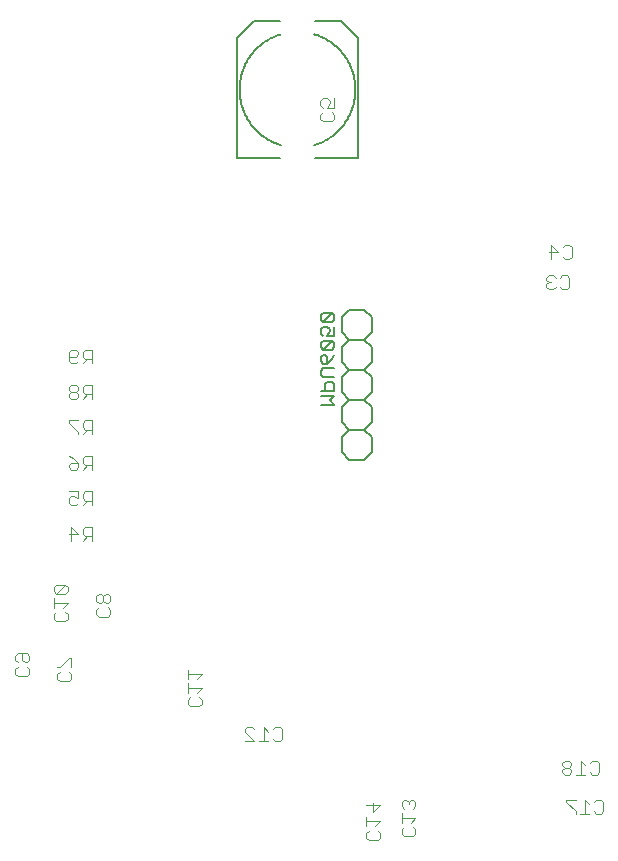
<source format=gbl>
G75*
%MOIN*%
%OFA0B0*%
%FSLAX25Y25*%
%IPPOS*%
%LPD*%
%AMOC8*
5,1,8,0,0,1.08239X$1,22.5*
%
%ADD10C,0.00400*%
%ADD11C,0.00600*%
%ADD12C,0.00500*%
%ADD13C,0.00800*%
D10*
X0290038Y0287739D02*
X0290038Y0289274D01*
X0290805Y0290041D01*
X0290805Y0291576D02*
X0290038Y0292343D01*
X0290038Y0293878D01*
X0290805Y0294645D01*
X0293874Y0294645D01*
X0294642Y0293878D01*
X0294642Y0292343D01*
X0293874Y0291576D01*
X0293107Y0291576D01*
X0292340Y0292343D01*
X0292340Y0294645D01*
X0293874Y0290041D02*
X0294642Y0289274D01*
X0294642Y0287739D01*
X0293874Y0286972D01*
X0290805Y0286972D01*
X0290038Y0287739D01*
X0304014Y0287699D02*
X0304781Y0288466D01*
X0304014Y0287699D02*
X0304014Y0286164D01*
X0304781Y0285397D01*
X0307851Y0285397D01*
X0308618Y0286164D01*
X0308618Y0287699D01*
X0307851Y0288466D01*
X0308618Y0290001D02*
X0308618Y0293070D01*
X0307851Y0293070D01*
X0304781Y0290001D01*
X0304014Y0290001D01*
X0303640Y0305274D02*
X0302872Y0306041D01*
X0302872Y0307576D01*
X0303640Y0308343D01*
X0302872Y0309878D02*
X0302872Y0312947D01*
X0302872Y0311413D02*
X0307476Y0311413D01*
X0305942Y0309878D01*
X0306709Y0308343D02*
X0307476Y0307576D01*
X0307476Y0306041D01*
X0306709Y0305274D01*
X0303640Y0305274D01*
X0303640Y0314482D02*
X0306709Y0317551D01*
X0303640Y0317551D01*
X0302872Y0316784D01*
X0302872Y0315249D01*
X0303640Y0314482D01*
X0306709Y0314482D01*
X0307476Y0315249D01*
X0307476Y0316784D01*
X0306709Y0317551D01*
X0317046Y0313755D02*
X0317046Y0312220D01*
X0317813Y0311453D01*
X0318580Y0311453D01*
X0319348Y0312220D01*
X0319348Y0313755D01*
X0318580Y0314522D01*
X0317813Y0314522D01*
X0317046Y0313755D01*
X0319348Y0313755D02*
X0320115Y0314522D01*
X0320882Y0314522D01*
X0321650Y0313755D01*
X0321650Y0312220D01*
X0320882Y0311453D01*
X0320115Y0311453D01*
X0319348Y0312220D01*
X0320882Y0309918D02*
X0321650Y0309151D01*
X0321650Y0307616D01*
X0320882Y0306849D01*
X0317813Y0306849D01*
X0317046Y0307616D01*
X0317046Y0309151D01*
X0317813Y0309918D01*
X0315524Y0332203D02*
X0315524Y0336807D01*
X0313222Y0336807D01*
X0312454Y0336040D01*
X0312454Y0334505D01*
X0313222Y0333738D01*
X0315524Y0333738D01*
X0313989Y0333738D02*
X0312454Y0332203D01*
X0310920Y0334505D02*
X0307850Y0334505D01*
X0308618Y0332203D02*
X0308618Y0336807D01*
X0310920Y0334505D01*
X0310152Y0344014D02*
X0310920Y0344781D01*
X0310152Y0344014D02*
X0308618Y0344014D01*
X0307850Y0344781D01*
X0307850Y0346316D01*
X0308618Y0347083D01*
X0309385Y0347083D01*
X0310920Y0346316D01*
X0310920Y0348618D01*
X0307850Y0348618D01*
X0312454Y0347851D02*
X0312454Y0346316D01*
X0313222Y0345549D01*
X0315524Y0345549D01*
X0315524Y0344014D02*
X0315524Y0348618D01*
X0313222Y0348618D01*
X0312454Y0347851D01*
X0313989Y0345549D02*
X0312454Y0344014D01*
X0312454Y0355825D02*
X0313989Y0357360D01*
X0313222Y0357360D02*
X0315524Y0357360D01*
X0315524Y0355825D02*
X0315524Y0360429D01*
X0313222Y0360429D01*
X0312454Y0359662D01*
X0312454Y0358127D01*
X0313222Y0357360D01*
X0310920Y0358127D02*
X0310920Y0356593D01*
X0310152Y0355825D01*
X0308618Y0355825D01*
X0307850Y0356593D01*
X0307850Y0357360D01*
X0308618Y0358127D01*
X0310920Y0358127D01*
X0309385Y0359662D01*
X0307850Y0360429D01*
X0310920Y0367636D02*
X0310920Y0368404D01*
X0307850Y0371473D01*
X0307850Y0372240D01*
X0310920Y0372240D01*
X0312454Y0371473D02*
X0312454Y0369938D01*
X0313222Y0369171D01*
X0315524Y0369171D01*
X0315524Y0367636D02*
X0315524Y0372240D01*
X0313222Y0372240D01*
X0312454Y0371473D01*
X0313989Y0369171D02*
X0312454Y0367636D01*
X0312454Y0379447D02*
X0313989Y0380982D01*
X0313222Y0380982D02*
X0315524Y0380982D01*
X0315524Y0379447D02*
X0315524Y0384051D01*
X0313222Y0384051D01*
X0312454Y0383284D01*
X0312454Y0381749D01*
X0313222Y0380982D01*
X0310920Y0380982D02*
X0310152Y0381749D01*
X0308618Y0381749D01*
X0307850Y0380982D01*
X0307850Y0380215D01*
X0308618Y0379447D01*
X0310152Y0379447D01*
X0310920Y0380215D01*
X0310920Y0380982D01*
X0310152Y0381749D02*
X0310920Y0382517D01*
X0310920Y0383284D01*
X0310152Y0384051D01*
X0308618Y0384051D01*
X0307850Y0383284D01*
X0307850Y0382517D01*
X0308618Y0381749D01*
X0308618Y0391258D02*
X0307850Y0392026D01*
X0307850Y0395095D01*
X0308618Y0395862D01*
X0310152Y0395862D01*
X0310920Y0395095D01*
X0310920Y0394328D01*
X0310152Y0393560D01*
X0307850Y0393560D01*
X0308618Y0391258D02*
X0310152Y0391258D01*
X0310920Y0392026D01*
X0312454Y0391258D02*
X0313989Y0392793D01*
X0313222Y0392793D02*
X0315524Y0392793D01*
X0315524Y0391258D02*
X0315524Y0395862D01*
X0313222Y0395862D01*
X0312454Y0395095D01*
X0312454Y0393560D01*
X0313222Y0392793D01*
X0392459Y0471928D02*
X0391691Y0472695D01*
X0391691Y0474230D01*
X0392459Y0474997D01*
X0392459Y0476531D02*
X0391691Y0477299D01*
X0391691Y0478833D01*
X0392459Y0479601D01*
X0393993Y0479601D01*
X0394761Y0478833D01*
X0394761Y0478066D01*
X0393993Y0476531D01*
X0396295Y0476531D01*
X0396295Y0479601D01*
X0395528Y0474997D02*
X0396295Y0474230D01*
X0396295Y0472695D01*
X0395528Y0471928D01*
X0392459Y0471928D01*
X0468598Y0430705D02*
X0468598Y0426101D01*
X0467831Y0428403D02*
X0470900Y0428403D01*
X0468598Y0430705D01*
X0472435Y0429937D02*
X0473202Y0430705D01*
X0474737Y0430705D01*
X0475504Y0429937D01*
X0475504Y0426868D01*
X0474737Y0426101D01*
X0473202Y0426101D01*
X0472435Y0426868D01*
X0472415Y0420665D02*
X0473949Y0420665D01*
X0474717Y0419898D01*
X0474717Y0416829D01*
X0473949Y0416061D01*
X0472415Y0416061D01*
X0471647Y0416829D01*
X0470113Y0416829D02*
X0469345Y0416061D01*
X0467811Y0416061D01*
X0467043Y0416829D01*
X0467043Y0417596D01*
X0467811Y0418363D01*
X0468578Y0418363D01*
X0467811Y0418363D02*
X0467043Y0419131D01*
X0467043Y0419898D01*
X0467811Y0420665D01*
X0469345Y0420665D01*
X0470113Y0419898D01*
X0471647Y0419898D02*
X0472415Y0420665D01*
X0352161Y0287670D02*
X0347557Y0287670D01*
X0347557Y0286135D02*
X0347557Y0289205D01*
X0350627Y0286135D02*
X0352161Y0287670D01*
X0352161Y0283066D02*
X0347557Y0283066D01*
X0347557Y0281531D02*
X0347557Y0284601D01*
X0350627Y0281531D02*
X0352161Y0283066D01*
X0351394Y0279997D02*
X0352161Y0279230D01*
X0352161Y0277695D01*
X0351394Y0276928D01*
X0348325Y0276928D01*
X0347557Y0277695D01*
X0347557Y0279230D01*
X0348325Y0279997D01*
X0366645Y0269268D02*
X0367412Y0270035D01*
X0368947Y0270035D01*
X0369714Y0269268D01*
X0366645Y0269268D02*
X0366645Y0268501D01*
X0369714Y0265431D01*
X0366645Y0265431D01*
X0371249Y0265431D02*
X0374318Y0265431D01*
X0372783Y0265431D02*
X0372783Y0270035D01*
X0374318Y0268501D01*
X0375853Y0269268D02*
X0376620Y0270035D01*
X0378155Y0270035D01*
X0378922Y0269268D01*
X0378922Y0266199D01*
X0378155Y0265431D01*
X0376620Y0265431D01*
X0375853Y0266199D01*
X0407006Y0243949D02*
X0411610Y0243949D01*
X0409308Y0241647D01*
X0409308Y0244716D01*
X0407006Y0240113D02*
X0407006Y0237043D01*
X0407006Y0238578D02*
X0411610Y0238578D01*
X0410076Y0237043D01*
X0410843Y0235509D02*
X0411610Y0234741D01*
X0411610Y0233207D01*
X0410843Y0232439D01*
X0407774Y0232439D01*
X0407006Y0233207D01*
X0407006Y0234741D01*
X0407774Y0235509D01*
X0418817Y0235922D02*
X0419585Y0236690D01*
X0418817Y0235922D02*
X0418817Y0234388D01*
X0419585Y0233620D01*
X0422654Y0233620D01*
X0423421Y0234388D01*
X0423421Y0235922D01*
X0422654Y0236690D01*
X0421887Y0238224D02*
X0423421Y0239759D01*
X0418817Y0239759D01*
X0418817Y0238224D02*
X0418817Y0241294D01*
X0419585Y0242828D02*
X0418817Y0243596D01*
X0418817Y0245130D01*
X0419585Y0245898D01*
X0420352Y0245898D01*
X0421119Y0245130D01*
X0421119Y0244363D01*
X0421119Y0245130D02*
X0421887Y0245898D01*
X0422654Y0245898D01*
X0423421Y0245130D01*
X0423421Y0243596D01*
X0422654Y0242828D01*
X0473732Y0245055D02*
X0476801Y0241986D01*
X0476801Y0241219D01*
X0478335Y0241219D02*
X0481405Y0241219D01*
X0479870Y0241219D02*
X0479870Y0245823D01*
X0481405Y0244288D01*
X0482939Y0245055D02*
X0483707Y0245823D01*
X0485241Y0245823D01*
X0486009Y0245055D01*
X0486009Y0241986D01*
X0485241Y0241219D01*
X0483707Y0241219D01*
X0482939Y0241986D01*
X0476801Y0245823D02*
X0473732Y0245823D01*
X0473732Y0245055D01*
X0473121Y0254211D02*
X0474656Y0254211D01*
X0475423Y0254978D01*
X0475423Y0255746D01*
X0474656Y0256513D01*
X0473121Y0256513D01*
X0472354Y0255746D01*
X0472354Y0254978D01*
X0473121Y0254211D01*
X0473121Y0256513D02*
X0472354Y0257280D01*
X0472354Y0258048D01*
X0473121Y0258815D01*
X0474656Y0258815D01*
X0475423Y0258048D01*
X0475423Y0257280D01*
X0474656Y0256513D01*
X0476957Y0254211D02*
X0480027Y0254211D01*
X0478492Y0254211D02*
X0478492Y0258815D01*
X0480027Y0257280D01*
X0481561Y0258048D02*
X0482329Y0258815D01*
X0483863Y0258815D01*
X0484631Y0258048D01*
X0484631Y0254978D01*
X0483863Y0254211D01*
X0482329Y0254211D01*
X0481561Y0254978D01*
D11*
X0406275Y0359090D02*
X0401275Y0359090D01*
X0398775Y0361590D01*
X0398775Y0366590D01*
X0401275Y0369090D01*
X0406275Y0369090D01*
X0408775Y0366590D01*
X0408775Y0361590D01*
X0406275Y0359090D01*
X0406275Y0369090D02*
X0408775Y0371590D01*
X0408775Y0376590D01*
X0406275Y0379090D01*
X0408775Y0381590D01*
X0408775Y0386590D01*
X0406275Y0389090D01*
X0408775Y0391590D01*
X0408775Y0396590D01*
X0406275Y0399090D01*
X0408775Y0401590D01*
X0408775Y0406590D01*
X0406275Y0409090D01*
X0401275Y0409090D01*
X0398775Y0406590D01*
X0398775Y0401590D01*
X0401275Y0399090D01*
X0398775Y0396590D01*
X0398775Y0391590D01*
X0401275Y0389090D01*
X0406275Y0389090D01*
X0401275Y0389090D02*
X0398775Y0386590D01*
X0398775Y0381590D01*
X0401275Y0379090D01*
X0398775Y0376590D01*
X0398775Y0371590D01*
X0401275Y0369090D01*
X0401275Y0379090D02*
X0406275Y0379090D01*
X0406275Y0399090D02*
X0401275Y0399090D01*
D12*
X0396329Y0398080D02*
X0395578Y0398830D01*
X0392575Y0395828D01*
X0391825Y0396579D01*
X0391825Y0398080D01*
X0392575Y0398830D01*
X0395578Y0398830D01*
X0396329Y0398080D02*
X0396329Y0396579D01*
X0395578Y0395828D01*
X0392575Y0395828D01*
X0392575Y0394227D02*
X0393326Y0394227D01*
X0394077Y0393476D01*
X0394077Y0391224D01*
X0392575Y0391224D01*
X0391825Y0391975D01*
X0391825Y0393476D01*
X0392575Y0394227D01*
X0395578Y0392725D02*
X0394077Y0391224D01*
X0395578Y0392725D02*
X0396329Y0394227D01*
X0396329Y0389623D02*
X0392575Y0389623D01*
X0391825Y0388872D01*
X0391825Y0387371D01*
X0392575Y0386620D01*
X0396329Y0386620D01*
X0395578Y0385019D02*
X0394077Y0385019D01*
X0393326Y0384268D01*
X0393326Y0382016D01*
X0391825Y0382016D02*
X0396329Y0382016D01*
X0396329Y0384268D01*
X0395578Y0385019D01*
X0396329Y0380415D02*
X0391825Y0380415D01*
X0391825Y0377412D02*
X0396329Y0377412D01*
X0394827Y0378914D01*
X0396329Y0380415D01*
X0396329Y0400432D02*
X0394077Y0400432D01*
X0394827Y0401933D01*
X0394827Y0402684D01*
X0394077Y0403434D01*
X0392575Y0403434D01*
X0391825Y0402684D01*
X0391825Y0401182D01*
X0392575Y0400432D01*
X0396329Y0400432D02*
X0396329Y0403434D01*
X0395578Y0405036D02*
X0396329Y0405786D01*
X0396329Y0407288D01*
X0395578Y0408038D01*
X0392575Y0405036D01*
X0391825Y0405786D01*
X0391825Y0407288D01*
X0392575Y0408038D01*
X0395578Y0408038D01*
X0395578Y0405036D02*
X0392575Y0405036D01*
D13*
X0389798Y0459680D02*
X0404365Y0459680D01*
X0404365Y0499641D01*
X0398657Y0505350D01*
X0389798Y0505350D01*
X0378381Y0505350D02*
X0369523Y0505350D01*
X0363814Y0499641D01*
X0363814Y0459680D01*
X0378381Y0459680D01*
X0378578Y0464011D02*
X0378128Y0464151D01*
X0377682Y0464302D01*
X0377240Y0464464D01*
X0376801Y0464637D01*
X0376367Y0464820D01*
X0375937Y0465014D01*
X0375513Y0465218D01*
X0375093Y0465432D01*
X0374679Y0465657D01*
X0374270Y0465892D01*
X0373868Y0466136D01*
X0373471Y0466391D01*
X0373081Y0466654D01*
X0372697Y0466928D01*
X0372320Y0467211D01*
X0371950Y0467502D01*
X0371587Y0467803D01*
X0371232Y0468113D01*
X0370884Y0468431D01*
X0370545Y0468757D01*
X0370213Y0469092D01*
X0369889Y0469434D01*
X0369574Y0469785D01*
X0369268Y0470143D01*
X0368971Y0470508D01*
X0368682Y0470881D01*
X0368403Y0471260D01*
X0368133Y0471646D01*
X0367872Y0472039D01*
X0367621Y0472438D01*
X0367380Y0472843D01*
X0367149Y0473253D01*
X0366928Y0473670D01*
X0366718Y0474091D01*
X0366517Y0474517D01*
X0366327Y0474949D01*
X0366148Y0475384D01*
X0365979Y0475824D01*
X0365821Y0476268D01*
X0365674Y0476716D01*
X0365538Y0477167D01*
X0365413Y0477621D01*
X0365300Y0478079D01*
X0365197Y0478538D01*
X0365106Y0479001D01*
X0365025Y0479465D01*
X0364957Y0479931D01*
X0364899Y0480399D01*
X0364853Y0480868D01*
X0364819Y0481338D01*
X0364796Y0481808D01*
X0364784Y0482279D01*
X0364784Y0482751D01*
X0364796Y0483222D01*
X0364819Y0483692D01*
X0364853Y0484162D01*
X0364899Y0484631D01*
X0364957Y0485099D01*
X0365025Y0485565D01*
X0365106Y0486029D01*
X0365197Y0486492D01*
X0365300Y0486951D01*
X0365413Y0487409D01*
X0365538Y0487863D01*
X0365674Y0488314D01*
X0365821Y0488762D01*
X0365979Y0489206D01*
X0366148Y0489646D01*
X0366327Y0490081D01*
X0366517Y0490513D01*
X0366718Y0490939D01*
X0366928Y0491360D01*
X0367149Y0491777D01*
X0367380Y0492187D01*
X0367621Y0492592D01*
X0367872Y0492991D01*
X0368133Y0493384D01*
X0368403Y0493770D01*
X0368682Y0494149D01*
X0368971Y0494522D01*
X0369268Y0494887D01*
X0369574Y0495245D01*
X0369889Y0495596D01*
X0370213Y0495938D01*
X0370545Y0496273D01*
X0370884Y0496599D01*
X0371232Y0496917D01*
X0371587Y0497227D01*
X0371950Y0497528D01*
X0372320Y0497819D01*
X0372697Y0498102D01*
X0373081Y0498376D01*
X0373471Y0498639D01*
X0373868Y0498894D01*
X0374270Y0499138D01*
X0374679Y0499373D01*
X0375093Y0499598D01*
X0375513Y0499812D01*
X0375937Y0500016D01*
X0376367Y0500210D01*
X0376801Y0500393D01*
X0377240Y0500566D01*
X0377682Y0500728D01*
X0378128Y0500879D01*
X0378578Y0501019D01*
X0389602Y0501019D02*
X0390052Y0500879D01*
X0390498Y0500728D01*
X0390940Y0500566D01*
X0391379Y0500393D01*
X0391813Y0500210D01*
X0392243Y0500016D01*
X0392667Y0499812D01*
X0393087Y0499598D01*
X0393501Y0499373D01*
X0393910Y0499138D01*
X0394312Y0498894D01*
X0394709Y0498639D01*
X0395099Y0498376D01*
X0395483Y0498102D01*
X0395860Y0497819D01*
X0396230Y0497528D01*
X0396593Y0497227D01*
X0396948Y0496917D01*
X0397296Y0496599D01*
X0397635Y0496273D01*
X0397967Y0495938D01*
X0398291Y0495596D01*
X0398606Y0495245D01*
X0398912Y0494887D01*
X0399209Y0494522D01*
X0399498Y0494149D01*
X0399777Y0493770D01*
X0400047Y0493384D01*
X0400308Y0492991D01*
X0400559Y0492592D01*
X0400800Y0492187D01*
X0401031Y0491777D01*
X0401252Y0491360D01*
X0401462Y0490939D01*
X0401663Y0490513D01*
X0401853Y0490081D01*
X0402032Y0489646D01*
X0402201Y0489206D01*
X0402359Y0488762D01*
X0402506Y0488314D01*
X0402642Y0487863D01*
X0402767Y0487409D01*
X0402880Y0486951D01*
X0402983Y0486492D01*
X0403074Y0486029D01*
X0403155Y0485565D01*
X0403223Y0485099D01*
X0403281Y0484631D01*
X0403327Y0484162D01*
X0403361Y0483692D01*
X0403384Y0483222D01*
X0403396Y0482751D01*
X0403396Y0482279D01*
X0403384Y0481808D01*
X0403361Y0481338D01*
X0403327Y0480868D01*
X0403281Y0480399D01*
X0403223Y0479931D01*
X0403155Y0479465D01*
X0403074Y0479001D01*
X0402983Y0478538D01*
X0402880Y0478079D01*
X0402767Y0477621D01*
X0402642Y0477167D01*
X0402506Y0476716D01*
X0402359Y0476268D01*
X0402201Y0475824D01*
X0402032Y0475384D01*
X0401853Y0474949D01*
X0401663Y0474517D01*
X0401462Y0474091D01*
X0401252Y0473670D01*
X0401031Y0473253D01*
X0400800Y0472843D01*
X0400559Y0472438D01*
X0400308Y0472039D01*
X0400047Y0471646D01*
X0399777Y0471260D01*
X0399498Y0470881D01*
X0399209Y0470508D01*
X0398912Y0470143D01*
X0398606Y0469785D01*
X0398291Y0469434D01*
X0397967Y0469092D01*
X0397635Y0468757D01*
X0397296Y0468431D01*
X0396948Y0468113D01*
X0396593Y0467803D01*
X0396230Y0467502D01*
X0395860Y0467211D01*
X0395483Y0466928D01*
X0395099Y0466654D01*
X0394709Y0466391D01*
X0394312Y0466136D01*
X0393910Y0465892D01*
X0393501Y0465657D01*
X0393087Y0465432D01*
X0392667Y0465218D01*
X0392243Y0465014D01*
X0391813Y0464820D01*
X0391379Y0464637D01*
X0390940Y0464464D01*
X0390498Y0464302D01*
X0390052Y0464151D01*
X0389602Y0464011D01*
M02*

</source>
